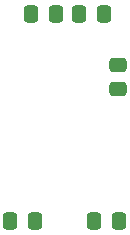
<source format=gbr>
%TF.GenerationSoftware,KiCad,Pcbnew,(6.0.0-0)*%
%TF.CreationDate,2023-01-15T17:49:43+00:00*%
%TF.ProjectId,altera-7128-adaptor,616c7465-7261-42d3-9731-32382d616461,rev?*%
%TF.SameCoordinates,Original*%
%TF.FileFunction,Paste,Bot*%
%TF.FilePolarity,Positive*%
%FSLAX46Y46*%
G04 Gerber Fmt 4.6, Leading zero omitted, Abs format (unit mm)*
G04 Created by KiCad (PCBNEW (6.0.0-0)) date 2023-01-15 17:49:43*
%MOMM*%
%LPD*%
G01*
G04 APERTURE LIST*
G04 Aperture macros list*
%AMRoundRect*
0 Rectangle with rounded corners*
0 $1 Rounding radius*
0 $2 $3 $4 $5 $6 $7 $8 $9 X,Y pos of 4 corners*
0 Add a 4 corners polygon primitive as box body*
4,1,4,$2,$3,$4,$5,$6,$7,$8,$9,$2,$3,0*
0 Add four circle primitives for the rounded corners*
1,1,$1+$1,$2,$3*
1,1,$1+$1,$4,$5*
1,1,$1+$1,$6,$7*
1,1,$1+$1,$8,$9*
0 Add four rect primitives between the rounded corners*
20,1,$1+$1,$2,$3,$4,$5,0*
20,1,$1+$1,$4,$5,$6,$7,0*
20,1,$1+$1,$6,$7,$8,$9,0*
20,1,$1+$1,$8,$9,$2,$3,0*%
G04 Aperture macros list end*
%ADD10RoundRect,0.250000X-0.337500X-0.475000X0.337500X-0.475000X0.337500X0.475000X-0.337500X0.475000X0*%
%ADD11RoundRect,0.250000X0.337500X0.475000X-0.337500X0.475000X-0.337500X-0.475000X0.337500X-0.475000X0*%
%ADD12RoundRect,0.250000X0.475000X-0.337500X0.475000X0.337500X-0.475000X0.337500X-0.475000X-0.337500X0*%
G04 APERTURE END LIST*
D10*
%TO.C,C1*%
X120628500Y-70104000D03*
X122703500Y-70104000D03*
%TD*%
D11*
%TO.C,C4*%
X128037500Y-87630000D03*
X125962500Y-87630000D03*
%TD*%
D10*
%TO.C,C5*%
X118850500Y-87630000D03*
X120925500Y-87630000D03*
%TD*%
D11*
%TO.C,C3*%
X126767500Y-70104000D03*
X124692500Y-70104000D03*
%TD*%
D12*
%TO.C,C2*%
X128016000Y-76475500D03*
X128016000Y-74400500D03*
%TD*%
M02*

</source>
